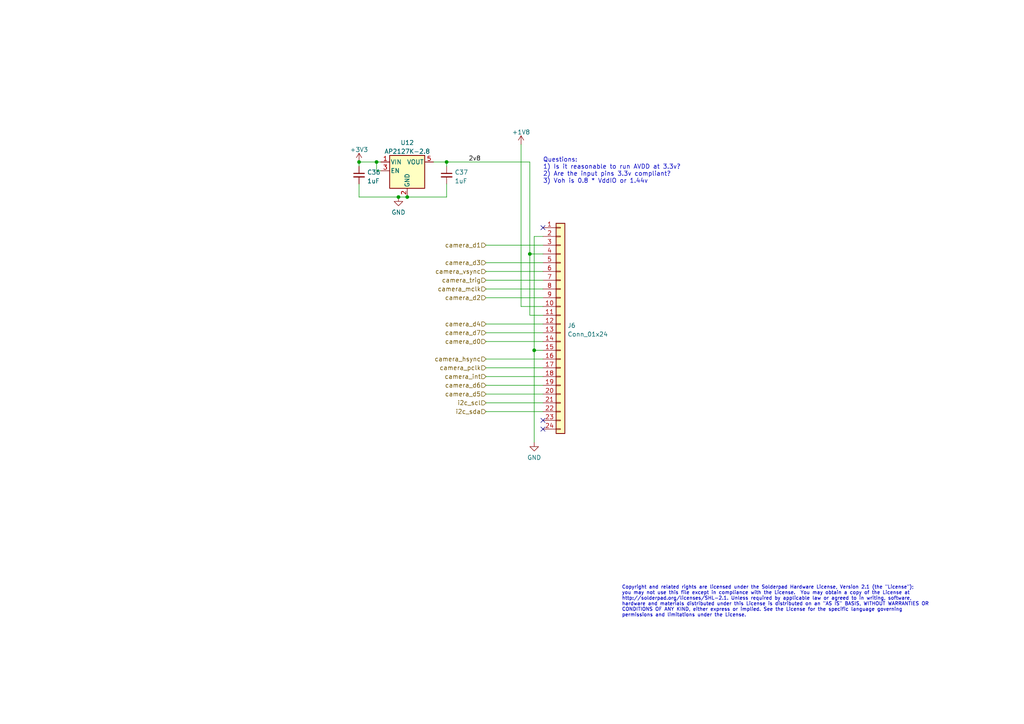
<source format=kicad_sch>
(kicad_sch (version 20211123) (generator eeschema)
  (paper "A4")
  (lib_symbols
    (symbol "Connector_Generic:Conn_01x24" (pin_names (offset 1.016) hide)
      (property "Reference" "J" (at 0 30.48 0))
      (property "Value" "Conn_01x24" (at 0 -33.02 0))
      (symbol "Conn_01x24_1_1"
        (rectangle (start -1.27 -30.353) (end 0 -30.607) (stroke (width 0.1524)))
        (rectangle (start -1.27 -27.813) (end 0 -28.067) (stroke (width 0.1524)))
        (rectangle (start -1.27 -25.273) (end 0 -25.527) (stroke (width 0.1524)))
        (rectangle (start -1.27 -22.733) (end 0 -22.987) (stroke (width 0.1524)))
        (rectangle (start -1.27 -20.193) (end 0 -20.447) (stroke (width 0.1524)))
        (rectangle (start -1.27 -17.653) (end 0 -17.907) (stroke (width 0.1524)))
        (rectangle (start -1.27 -15.113) (end 0 -15.367) (stroke (width 0.1524)))
        (rectangle (start -1.27 -12.573) (end 0 -12.827) (stroke (width 0.1524)))
        (rectangle (start -1.27 -10.033) (end 0 -10.287) (stroke (width 0.1524)))
        (rectangle (start -1.27 -7.493) (end 0 -7.747) (stroke (width 0.1524)))
        (rectangle (start -1.27 -4.953) (end 0 -5.207) (stroke (width 0.1524)))
        (rectangle (start -1.27 -2.413) (end 0 -2.667) (stroke (width 0.1524)))
        (rectangle (start -1.27 0.127) (end 0 -0.127) (stroke (width 0.1524)))
        (rectangle (start -1.27 2.667) (end 0 2.413) (stroke (width 0.1524)))
        (rectangle (start -1.27 5.207) (end 0 4.953) (stroke (width 0.1524)))
        (rectangle (start -1.27 7.747) (end 0 7.493) (stroke (width 0.1524)))
        (rectangle (start -1.27 10.287) (end 0 10.033) (stroke (width 0.1524)))
        (rectangle (start -1.27 12.827) (end 0 12.573) (stroke (width 0.1524)))
        (rectangle (start -1.27 15.367) (end 0 15.113) (stroke (width 0.1524)))
        (rectangle (start -1.27 17.907) (end 0 17.653) (stroke (width 0.1524)))
        (rectangle (start -1.27 20.447) (end 0 20.193) (stroke (width 0.1524)))
        (rectangle (start -1.27 22.987) (end 0 22.733) (stroke (width 0.1524)))
        (rectangle (start -1.27 25.527) (end 0 25.273) (stroke (width 0.1524)))
        (rectangle (start -1.27 28.067) (end 0 27.813) (stroke (width 0.1524)))
        (rectangle (start -1.27 29.21) (end 1.27 -31.75) (stroke (width 0.254)) (fill (type background)))
        (pin passive line (at -5.08 27.94 0) (length 3.81) (name "Pin_1") (number "1"))
        (pin passive line (at -5.08 5.08 0) (length 3.81) (name "Pin_10") (number "10"))
        (pin passive line (at -5.08 2.54 0) (length 3.81) (name "Pin_11") (number "11"))
        (pin passive line (at -5.08 0 0) (length 3.81) (name "Pin_12") (number "12"))
        (pin passive line (at -5.08 -2.54 0) (length 3.81) (name "Pin_13") (number "13"))
        (pin passive line (at -5.08 -5.08 0) (length 3.81) (name "Pin_14") (number "14"))
        (pin passive line (at -5.08 -7.62 0) (length 3.81) (name "Pin_15") (number "15"))
        (pin passive line (at -5.08 -10.16 0) (length 3.81) (name "Pin_16") (number "16"))
        (pin passive line (at -5.08 -12.7 0) (length 3.81) (name "Pin_17") (number "17"))
        (pin passive line (at -5.08 -15.24 0) (length 3.81) (name "Pin_18") (number "18"))
        (pin passive line (at -5.08 -17.78 0) (length 3.81) (name "Pin_19") (number "19"))
        (pin passive line (at -5.08 25.4 0) (length 3.81) (name "Pin_2") (number "2"))
        (pin passive line (at -5.08 -20.32 0) (length 3.81) (name "Pin_20") (number "20"))
        (pin passive line (at -5.08 -22.86 0) (length 3.81) (name "Pin_21") (number "21"))
        (pin passive line (at -5.08 -25.4 0) (length 3.81) (name "Pin_22") (number "22"))
        (pin passive line (at -5.08 -27.94 0) (length 3.81) (name "Pin_23") (number "23"))
        (pin passive line (at -5.08 -30.48 0) (length 3.81) (name "Pin_24") (number "24"))
        (pin passive line (at -5.08 22.86 0) (length 3.81) (name "Pin_3") (number "3"))
        (pin passive line (at -5.08 20.32 0) (length 3.81) (name "Pin_4") (number "4"))
        (pin passive line (at -5.08 17.78 0) (length 3.81) (name "Pin_5") (number "5"))
        (pin passive line (at -5.08 15.24 0) (length 3.81) (name "Pin_6") (number "6"))
        (pin passive line (at -5.08 12.7 0) (length 3.81) (name "Pin_7") (number "7"))
        (pin passive line (at -5.08 10.16 0) (length 3.81) (name "Pin_8") (number "8"))
        (pin passive line (at -5.08 7.62 0) (length 3.81) (name "Pin_9") (number "9"))
      )
    )
    (symbol "Device:C_Small" (pin_numbers hide) (pin_names (offset 0.254) hide)
      (property "Reference" "C" (at 0.254 1.778 0))
      (property "Value" "C_Small" (at 0.254 -2.032 0))
      (symbol "C_Small_0_1"
        (polyline (pts (xy -1.524 -0.508) (xy 1.524 -0.508)) (stroke (width 0.3302)))
        (polyline (pts (xy -1.524 0.508) (xy 1.524 0.508)) (stroke (width 0.3048)))
      )
      (symbol "C_Small_1_1"
        (pin passive line (at 0 2.54 270) (length 2.032) (name "~") (number "1"))
        (pin passive line (at 0 -2.54 90) (length 2.032) (name "~") (number "2"))
      )
    )
    (symbol "Regulator_Linear:AP2127K-2.8" (pin_names (offset 0.254))
      (property "Reference" "U" (at -5.08 5.715 0))
      (property "Value" "AP2127K-2.8" (at 0 5.715 0))
      (symbol "AP2127K-2.8_0_1"
        (rectangle (start -5.08 4.445) (end 5.08 -5.08) (stroke (width 0.254)) (fill (type background)))
      )
      (symbol "AP2127K-2.8_1_1"
        (pin power_in line (at -7.62 2.54 0) (length 2.54) (name "VIN") (number "1"))
        (pin power_in line (at 0 -7.62 90) (length 2.54) (name "GND") (number "2"))
        (pin input line (at -7.62 0 0) (length 2.54) (name "EN") (number "3"))
        (pin no_connect line (at 5.08 0 180) (length 2.54) hide (name "NC") (number "4"))
        (pin power_out line (at 7.62 2.54 180) (length 2.54) (name "VOUT") (number "5"))
      )
    )
    (symbol "power:+1V8" (power) (pin_names (offset 0))
      (property "Value" "+1V8" (at 0 3.556 0))
      (symbol "+1V8_0_1"
        (polyline (pts (xy -0.762 1.27) (xy 0 2.54)))
        (polyline (pts (xy 0 0) (xy 0 2.54)))
        (polyline (pts (xy 0 2.54) (xy 0.762 1.27)))
      )
      (symbol "+1V8_1_1"
        (pin power_in line (at 0 0 90) (length 0) hide (name "+1V8") (number "1"))
      )
    )
    (symbol "power:+3.3V" (power) (pin_names (offset 0))
      (property "Value" "+3.3V" (at 0 3.556 0))
      (symbol "+3.3V_0_1"
        (polyline (pts (xy -0.762 1.27) (xy 0 2.54)))
        (polyline (pts (xy 0 0) (xy 0 2.54)))
        (polyline (pts (xy 0 2.54) (xy 0.762 1.27)))
      )
      (symbol "+3.3V_1_1"
        (pin power_in line (at 0 0 90) (length 0) hide (name "+3V3") (number "1"))
      )
    )
    (symbol "power:GND" (power) (pin_names (offset 0))
      (property "Value" "GND" (at 0 -3.81 0))
      (symbol "GND_0_1"
        (polyline (pts (xy 0 0) (xy 0 -1.27) (xy 1.27 -1.27) (xy 0 -2.54) (xy -1.27 -1.27) (xy 0 -1.27)))
      )
      (symbol "GND_1_1"
        (pin power_in line (at 0 0 270) (length 0) hide (name "GND") (number "1"))
      )
    )
  )
  (junction (at 153.67 73.66))
  (junction (at 154.94 101.6))
  (junction (at 129.54 46.99))
  (junction (at 109.22 46.99))
  (junction (at 115.57 57.15))
  (junction (at 118.11 57.15))
  (junction (at 104.14 46.99))
  (no_connect (at 157.48 121.92))
  (no_connect (at 157.48 124.46))
  (no_connect (at 157.48 66.04))
  (wire (pts (xy 153.67 73.66) (xy 153.67 91.44)))
  (wire (pts (xy 140.97 104.14) (xy 157.48 104.14)))
  (wire (pts (xy 140.97 109.22) (xy 157.48 109.22)))
  (wire (pts (xy 140.97 93.98) (xy 157.48 93.98)))
  (wire (pts (xy 140.97 99.06) (xy 157.48 99.06)))
  (wire (pts (xy 104.14 53.34) (xy 104.14 57.15)))
  (wire (pts (xy 140.97 81.28) (xy 157.48 81.28)))
  (wire (pts (xy 129.54 57.15) (xy 118.11 57.15)))
  (wire (pts (xy 115.57 57.15) (xy 118.11 57.15)))
  (wire (pts (xy 109.22 49.53) (xy 109.22 46.99)))
  (wire (pts (xy 110.49 46.99) (xy 109.22 46.99)))
  (wire (pts (xy 110.49 49.53) (xy 109.22 49.53)))
  (wire (pts (xy 104.14 57.15) (xy 115.57 57.15)))
  (wire (pts (xy 157.48 91.44) (xy 153.67 91.44)))
  (wire (pts (xy 140.97 71.12) (xy 157.48 71.12)))
  (wire (pts (xy 140.97 114.3) (xy 157.48 114.3)))
  (wire (pts (xy 140.97 116.84) (xy 157.48 116.84)))
  (wire (pts (xy 151.13 41.91) (xy 151.13 88.9)))
  (wire (pts (xy 140.97 83.82) (xy 157.48 83.82)))
  (wire (pts (xy 129.54 53.34) (xy 129.54 57.15)))
  (wire (pts (xy 104.14 46.99) (xy 104.14 48.26)))
  (wire (pts (xy 140.97 78.74) (xy 157.48 78.74)))
  (wire (pts (xy 153.67 46.99) (xy 129.54 46.99)))
  (wire (pts (xy 157.48 68.58) (xy 154.94 68.58)))
  (wire (pts (xy 140.97 106.68) (xy 157.48 106.68)))
  (wire (pts (xy 154.94 101.6) (xy 157.48 101.6)))
  (wire (pts (xy 153.67 73.66) (xy 153.67 46.99)))
  (wire (pts (xy 151.13 88.9) (xy 157.48 88.9)))
  (wire (pts (xy 140.97 86.36) (xy 157.48 86.36)))
  (wire (pts (xy 129.54 46.99) (xy 129.54 48.26)))
  (wire (pts (xy 154.94 101.6) (xy 154.94 128.27)))
  (wire (pts (xy 125.73 46.99) (xy 129.54 46.99)))
  (wire (pts (xy 140.97 96.52) (xy 157.48 96.52)))
  (wire (pts (xy 157.48 73.66) (xy 153.67 73.66)))
  (wire (pts (xy 154.94 68.58) (xy 154.94 101.6)))
  (wire (pts (xy 140.97 76.2) (xy 157.48 76.2)))
  (wire (pts (xy 140.97 119.38) (xy 157.48 119.38)))
  (wire (pts (xy 109.22 46.99) (xy 104.14 46.99)))
  (wire (pts (xy 140.97 111.76) (xy 157.48 111.76)))
  (text "Copyright and related rights are licensed under the Solderpad Hardware License, Version 2.1 (the \"License\");\nyou may not use this file except in compliance with the License.  You may obtain a copy of the License at\nhttp://solderpad.org/licenses/SHL-2.1. Unless required by applicable law or agreed to in writing, software,\nhardware and materials distributed under this License is distributed on an \"AS IS\" BASIS, WITHOUT WARRANTIES OR\nCONDITIONS OF ANY KIND, either express or implied. See the License for the specific language governing\npermissions and limitations under the License.\n" (at 180.34 179.07 0) (effects (font (size 1 1)) (justify left bottom)))
  (text "Questions:\n1) Is it reasonable to run AVDD at 3.3v?\n2) Are the input pins 3.3v compliant?\n3) Voh is 0.8 * VddIO or 1.44v" (at 157.48 53.34 0) (effects (font (size 1.27 1.27)) (justify left bottom)))
  (label "2v8" (at 135.89 46.99 0))
  (hierarchical_label "camera_d2" (shape input) (at 140.97 86.36 180))
  (hierarchical_label "camera_d4" (shape input) (at 140.97 93.98 180))
  (hierarchical_label "camera_pclk" (shape input) (at 140.97 106.68 180))
  (hierarchical_label "camera_d1" (shape input) (at 140.97 71.12 180))
  (hierarchical_label "i2c_sda" (shape input) (at 140.97 119.38 180))
  (hierarchical_label "camera_hsync" (shape input) (at 140.97 104.14 180))
  (hierarchical_label "camera_d7" (shape input) (at 140.97 96.52 180))
  (hierarchical_label "camera_d0" (shape input) (at 140.97 99.06 180))
  (hierarchical_label "camera_d3" (shape input) (at 140.97 76.2 180))
  (hierarchical_label "camera_int" (shape input) (at 140.97 109.22 180))
  (hierarchical_label "camera_d5" (shape input) (at 140.97 114.3 180))
  (hierarchical_label "camera_vsync" (shape input) (at 140.97 78.74 180))
  (hierarchical_label "camera_trig" (shape input) (at 140.97 81.28 180))
  (hierarchical_label "camera_d6" (shape input) (at 140.97 111.76 180))
  (hierarchical_label "i2c_scl" (shape input) (at 140.97 116.84 180))
  (hierarchical_label "camera_mclk" (shape input) (at 140.97 83.82 180))
  (symbol (lib_id "power:+1V8") (at 151.13 41.91 0) (unit 1)
    (property "Reference" "#PWR0146" (effects hide))
    (property "Value" "+1V8" (at 151.13 38.3342 0))
  )
  (symbol (lib_id "power:+3.3V") (at 104.14 46.99 0) (unit 1)
    (property "Reference" "#PWR0148" (effects hide))
    (property "Value" "+3.3V" (at 104.14 43.4142 0))
  )
  (symbol (lib_id "Device:C_Small") (at 129.54 50.8 0) (unit 1)
    (property "Reference" "C37" (at 131.8641 49.9716 0) (effects (justify left)))
    (property "Value" "1uF" (at 131.8641 52.5085 0) (effects (justify left)))
    (property "Footprint" "Capacitor_SMD:C_0603_1608Metric" (effects hide))
  )
  (symbol (lib_id "Regulator_Linear:AP2127K-2.8") (at 118.11 49.53 0) (unit 1)
    (property "Reference" "U12" (at 118.11 41.3852 0))
    (property "Value" "AP2127K-2.8" (at 118.11 43.9221 0))
    (property "Footprint" "Package_TO_SOT_SMD:SOT-23-5" (effects hide))
    (property "Datasheet" "https://www.diodes.com/assets/Datasheets/AP2127.pdf" (effects hide))
  )
  (symbol (lib_id "Device:C_Small") (at 104.14 50.8 0) (unit 1)
    (property "Reference" "C36" (at 106.4641 49.9716 0) (effects (justify left)))
    (property "Value" "1uF" (at 106.4641 52.5085 0) (effects (justify left)))
    (property "Footprint" "Capacitor_SMD:C_0603_1608Metric" (effects hide))
  )
  (symbol (lib_id "power:GND") (at 154.94 128.27 0) (unit 1)
    (property "Reference" "#PWR0145" (effects hide))
    (property "Value" "GND" (at 154.94 132.7134 0))
  )
  (symbol (lib_id "power:GND") (at 115.57 57.15 0) (unit 1)
    (property "Reference" "#PWR0147" (effects hide))
    (property "Value" "GND" (at 115.57 61.5934 0))
  )
  (symbol (lib_id "Connector_Generic:Conn_01x24") (at 162.56 93.98 0) (unit 1)
    (property "Reference" "J6" (at 164.592 94.4153 0) (effects (justify left)))
    (property "Value" "Conn_01x24" (at 164.592 96.9522 0) (effects (justify left)))
    (property "Footprint" "Connector_FFC-FPC:Hirose_FH12-24S-0.5SH_1x24-1MP_P0.50mm_Horizontal" (effects hide))
  )
)
</source>
